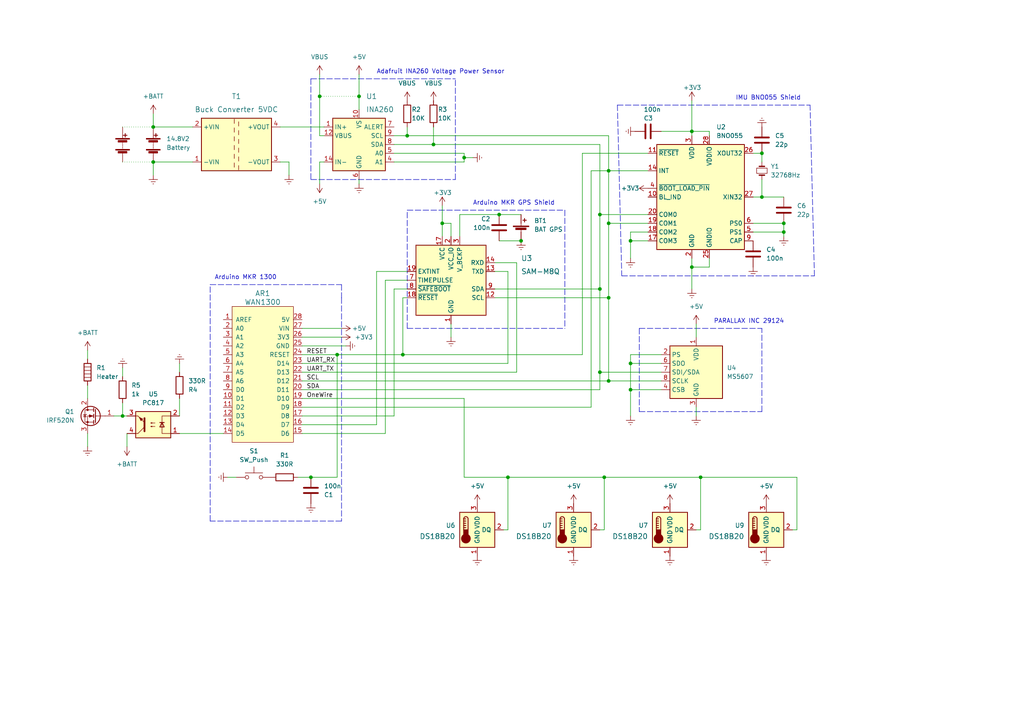
<source format=kicad_sch>
(kicad_sch (version 20211123) (generator eeschema)
  (paper "A4")
  (title_block (title "GPIO Conexion") (date "2022-04-03") (rev "1.0") (company "Rubén Torres Bermúdez. FyCUS") (comment 2 "Actually internal devices is not totally represented") (comment 3 "This scheme is a general representation of connected devices"))
  (lib_symbols
    (symbol "Device:Battery" (pin_numbers hide) (pin_names (offset 0) hide)
      (property "Reference" "BT" (at 2.54 2.54 0))
      (property "Value" "Battery" (at 2.54 0 0))
      (symbol "Battery_0_1"
        (rectangle (start -2.032 -1.397) (end 2.032 -1.651) (fill (type outline)))
        (rectangle (start -2.032 1.778) (end 2.032 1.524) (fill (type outline)))
        (rectangle (start -1.3208 -1.9812) (end 1.27 -2.4892) (fill (type outline)))
        (rectangle (start -1.3208 1.1938) (end 1.27 0.6858) (fill (type outline)))
        (polyline (pts (xy 0 -1.524) (xy 0 -1.27)))
        (polyline (pts (xy 0 -1.016) (xy 0 -0.762)))
        (polyline (pts (xy 0 -0.508) (xy 0 -0.254)))
        (polyline (pts (xy 0 0) (xy 0 0.254)))
        (polyline (pts (xy 0 0.508) (xy 0 0.762)))
        (polyline (pts (xy 0 1.778) (xy 0 2.54)))
        (polyline (pts (xy 0.254 2.667) (xy 1.27 2.667)) (stroke (width 0.254)))
        (polyline (pts (xy 0.762 3.175) (xy 0.762 2.159)) (stroke (width 0.254)))
      )
      (symbol "Battery_1_1"
        (pin passive line (at 0 5.08 270) (length 2.54) (name "+") (number "1"))
        (pin passive line (at 0 -5.08 90) (length 2.54) (name "-") (number "2"))
      )
    )
    (symbol "Device:Battery_Cell" (pin_numbers hide) (pin_names (offset 0) hide)
      (property "Reference" "BT" (at 2.54 2.54 0))
      (property "Value" "Battery_Cell" (at 2.54 0 0))
      (symbol "Battery_Cell_0_1"
        (rectangle (start -2.286 1.778) (end 2.286 1.524) (fill (type outline)))
        (rectangle (start -1.5748 1.1938) (end 1.4732 0.6858) (fill (type outline)))
        (polyline (pts (xy 0 0.762) (xy 0 0)))
        (polyline (pts (xy 0 1.778) (xy 0 2.54)))
        (polyline (pts (xy 0.508 3.429) (xy 1.524 3.429)) (stroke (width 0.254)))
        (polyline (pts (xy 1.016 3.937) (xy 1.016 2.921)) (stroke (width 0.254)))
      )
      (symbol "Battery_Cell_1_1"
        (pin passive line (at 0 5.08 270) (length 2.54) (name "+") (number "1"))
        (pin passive line (at 0 -2.54 90) (length 2.54) (name "-") (number "2"))
      )
    )
    (symbol "Device:C" (pin_numbers hide) (pin_names (offset 0.254))
      (property "Reference" "C" (at 0.635 2.54 0))
      (property "Value" "C" (at 0.635 -2.54 0))
      (symbol "C_0_1"
        (polyline (pts (xy -2.032 -0.762) (xy 2.032 -0.762)) (stroke (width 0.508)))
        (polyline (pts (xy -2.032 0.762) (xy 2.032 0.762)) (stroke (width 0.508)))
      )
      (symbol "C_1_1"
        (pin passive line (at 0 3.81 270) (length 2.794) (name "~") (number "1"))
        (pin passive line (at 0 -3.81 90) (length 2.794) (name "~") (number "2"))
      )
    )
    (symbol "Device:Crystal_Small" (pin_numbers hide) (pin_names (offset 1.016) hide)
      (property "Reference" "Y" (at 0 2.54 0))
      (property "Value" "Crystal_Small" (at 0 -2.54 0))
      (symbol "Crystal_Small_0_1"
        (rectangle (start -0.762 -1.524) (end 0.762 1.524))
        (polyline (pts (xy -1.27 -0.762) (xy -1.27 0.762)) (stroke (width 0.381)))
        (polyline (pts (xy 1.27 -0.762) (xy 1.27 0.762)) (stroke (width 0.381)))
      )
      (symbol "Crystal_Small_1_1"
        (pin passive line (at -2.54 0 0) (length 1.27) (name "1") (number "1"))
        (pin passive line (at 2.54 0 180) (length 1.27) (name "2") (number "2"))
      )
    )
    (symbol "Device:Heater" (pin_numbers hide) (pin_names (offset 0))
      (property "Reference" "R" (at 2.032 0 90))
      (property "Value" "Heater" (at -2.032 0 90))
      (symbol "Heater_0_1"
        (rectangle (start -1.016 -2.54) (end 1.016 2.54) (stroke (width 0.254)))
        (polyline (pts (xy -1.016 1.524) (xy 1.016 1.524)))
        (polyline (pts (xy 1.016 -1.524) (xy -1.016 -1.524)))
        (polyline (pts (xy 1.016 -0.508) (xy -1.016 -0.508)))
        (polyline (pts (xy 1.016 0.508) (xy -1.016 0.508)))
      )
      (symbol "Heater_1_1"
        (pin passive line (at 0 3.81 270) (length 1.27) (name "~") (number "1"))
        (pin passive line (at 0 -3.81 90) (length 1.27) (name "~") (number "2"))
      )
    )
    (symbol "Device:R" (pin_numbers hide) (pin_names (offset 0))
      (property "Reference" "R" (at 2.032 0 90))
      (property "Value" "R" (at 0 0 90))
      (symbol "R_0_1"
        (rectangle (start -1.016 -2.54) (end 1.016 2.54) (stroke (width 0.254)))
      )
      (symbol "R_1_1"
        (pin passive line (at 0 3.81 270) (length 1.27) (name "~") (number "1"))
        (pin passive line (at 0 -3.81 90) (length 1.27) (name "~") (number "2"))
      )
    )
    (symbol "Isolator:PC817" (pin_names (offset 1.016))
      (property "Reference" "U" (at -5.08 5.08 0))
      (property "Value" "PC817" (at 0 5.08 0))
      (symbol "PC817_0_1"
        (rectangle (start -5.08 3.81) (end 5.08 -3.81) (stroke (width 0.254)) (fill (type background)))
        (polyline (pts (xy -3.175 -0.635) (xy -1.905 -0.635)) (stroke (width 0.254)))
        (polyline (pts (xy 2.54 0.635) (xy 4.445 2.54)))
        (polyline (pts (xy 4.445 -2.54) (xy 2.54 -0.635)) (fill (type outline)))
        (polyline (pts (xy 4.445 -2.54) (xy 5.08 -2.54)))
        (polyline (pts (xy 4.445 2.54) (xy 5.08 2.54)))
        (polyline (pts (xy -5.08 2.54) (xy -2.54 2.54) (xy -2.54 -0.635)))
        (polyline (pts (xy -2.54 -0.635) (xy -2.54 -2.54) (xy -5.08 -2.54)))
        (polyline (pts (xy 2.54 1.905) (xy 2.54 -1.905) (xy 2.54 -1.905)) (stroke (width 0.508)))
        (polyline (pts (xy -2.54 -0.635) (xy -3.175 0.635) (xy -1.905 0.635) (xy -2.54 -0.635)) (stroke (width 0.254)))
        (polyline (pts (xy -0.508 -0.508) (xy 0.762 -0.508) (xy 0.381 -0.635) (xy 0.381 -0.381) (xy 0.762 -0.508)))
        (polyline (pts (xy -0.508 0.508) (xy 0.762 0.508) (xy 0.381 0.381) (xy 0.381 0.635) (xy 0.762 0.508)))
        (polyline (pts (xy 3.048 -1.651) (xy 3.556 -1.143) (xy 4.064 -2.159) (xy 3.048 -1.651) (xy 3.048 -1.651)) (fill (type outline)))
      )
      (symbol "PC817_1_1"
        (pin passive line (at -7.62 2.54 0) (length 2.54) (name "~") (number "1"))
        (pin passive line (at -7.62 -2.54 0) (length 2.54) (name "~") (number "2"))
        (pin passive line (at 7.62 -2.54 180) (length 2.54) (name "~") (number "3"))
        (pin passive line (at 7.62 2.54 180) (length 2.54) (name "~") (number "4"))
      )
    )
    (symbol "MCU_Module:ArduinoMKRZero" (pin_names (offset 1.016))
      (property "Reference" "U" (at 0 25.4 0))
      (property "Value" "ArduinoMKRZero" (at 1.27 -24.13 0))
      (symbol "ArduinoMKRZero_0_1"
        (rectangle (start -8.89 20.32) (end 8.89 -19.05) (fill (type background)))
      )
      (symbol "ArduinoMKRZero_1_1"
        (pin input line (at -11.43 16.51 0) (length 2.54) (name "AREF") (number "1"))
        (pin bidirectional line (at -11.43 -6.35 0) (length 2.54) (name "D1") (number "10"))
        (pin bidirectional line (at -11.43 -8.89 0) (length 2.54) (name "D2") (number "11"))
        (pin bidirectional line (at -11.43 -11.43 0) (length 2.54) (name "D3") (number "12"))
        (pin bidirectional line (at -11.43 -13.97 0) (length 2.54) (name "D4") (number "13"))
        (pin bidirectional line (at -11.43 -16.51 0) (length 2.54) (name "D5") (number "14"))
        (pin bidirectional line (at 11.43 -16.51 180) (length 2.54) (name "D6") (number "15"))
        (pin bidirectional line (at 11.43 -13.97 180) (length 2.54) (name "D7") (number "16"))
        (pin bidirectional line (at 11.43 -11.43 180) (length 2.54) (name "D8") (number "17"))
        (pin bidirectional line (at 11.43 -8.89 180) (length 2.54) (name "D9") (number "18"))
        (pin bidirectional line (at 11.43 -6.35 180) (length 2.54) (name "D10") (number "19"))
        (pin input line (at -11.43 13.97 0) (length 2.54) (name "A0") (number "2"))
        (pin bidirectional line (at 11.43 -3.81 180) (length 2.54) (name "D11") (number "20"))
        (pin bidirectional line (at 11.43 -1.27 180) (length 2.54) (name "D12") (number "21"))
        (pin bidirectional line (at 11.43 1.27 180) (length 2.54) (name "D13") (number "22"))
        (pin bidirectional line (at 11.43 3.81 180) (length 2.54) (name "D14") (number "23"))
        (pin bidirectional line (at 11.43 6.35 180) (length 2.54) (name "RESET") (number "24"))
        (pin bidirectional line (at 11.43 8.89 180) (length 2.54) (name "GND") (number "25"))
        (pin bidirectional line (at 11.43 11.43 180) (length 2.54) (name "3V3") (number "26"))
        (pin bidirectional line (at 11.43 13.97 180) (length 2.54) (name "VIN") (number "27"))
        (pin bidirectional line (at 11.43 16.51 180) (length 2.54) (name "5V") (number "28"))
        (pin input line (at -11.43 11.43 0) (length 2.54) (name "A1") (number "3"))
        (pin input line (at -11.43 8.89 0) (length 2.54) (name "A2") (number "4"))
        (pin input line (at -11.43 6.35 0) (length 2.54) (name "A3") (number "5"))
        (pin input line (at -11.43 3.81 0) (length 2.54) (name "A4") (number "6"))
        (pin input line (at -11.43 1.27 0) (length 2.54) (name "A5") (number "7"))
        (pin input line (at -11.43 -1.27 0) (length 2.54) (name "A6") (number "8"))
        (pin bidirectional line (at -11.43 -3.81 0) (length 2.54) (name "D0") (number "9"))
      )
    )
    (symbol "RF_GPS:SAM-M8Q"
      (property "Reference" "U" (at -8.89 11.43 0))
      (property "Value" "SAM-M8Q" (at 8.89 11.43 0))
      (symbol "SAM-M8Q_0_1"
        (rectangle (start -10.16 10.16) (end 10.16 -10.16) (stroke (width 0.254)) (fill (type background)))
      )
      (symbol "SAM-M8Q_1_1"
        (pin power_in line (at 0 -12.7 90) (length 2.54) (name "GND") (number "1"))
        (pin passive line (at 0 -12.7 90) (length 2.54) hide (name "GND") (number "10"))
        (pin passive line (at 0 -12.7 90) (length 2.54) hide (name "GND") (number "11"))
        (pin input line (at 12.7 -5.08 180) (length 2.54) (name "SCL") (number "12"))
        (pin output line (at 12.7 2.54 180) (length 2.54) (name "TXD") (number "13"))
        (pin input line (at 12.7 5.08 180) (length 2.54) (name "RXD") (number "14"))
        (pin passive line (at 0 -12.7 90) (length 2.54) hide (name "GND") (number "15"))
        (pin passive line (at 0 -12.7 90) (length 2.54) hide (name "GND") (number "16"))
        (pin power_in line (at -2.54 12.7 270) (length 2.54) (name "VCC") (number "17"))
        (pin input line (at -12.7 -5.08 0) (length 2.54) (name "~{RESET}") (number "18"))
        (pin input line (at -12.7 2.54 0) (length 2.54) (name "EXTINT") (number "19"))
        (pin power_in line (at 0 12.7 270) (length 2.54) (name "VCC_IO") (number "2"))
        (pin passive line (at 0 -12.7 90) (length 2.54) hide (name "GND") (number "20"))
        (pin power_in line (at 2.54 12.7 270) (length 2.54) (name "V_BCKP") (number "3"))
        (pin passive line (at 0 -12.7 90) (length 2.54) hide (name "GND") (number "4"))
        (pin passive line (at 0 -12.7 90) (length 2.54) hide (name "GND") (number "5"))
        (pin passive line (at 0 -12.7 90) (length 2.54) hide (name "GND") (number "6"))
        (pin output line (at -12.7 0 0) (length 2.54) (name "TIMEPULSE") (number "7"))
        (pin input line (at -12.7 -2.54 0) (length 2.54) (name "~{SAFEBOOT}") (number "8"))
        (pin bidirectional line (at 12.7 -2.54 180) (length 2.54) (name "SDA") (number "9"))
      )
    )
    (symbol "Regulator_Switching:CRE1S2405SC"
      (property "Reference" "U" (at -8.89 8.89 0))
      (property "Value" "CRE1S2405SC" (at 2.54 8.89 0))
      (symbol "CRE1S2405SC_0_1"
        (rectangle (start -10.16 7.62) (end 10.16 -7.62) (stroke (width 0.254)) (fill (type background)))
        (polyline (pts (xy -0.635 -5.334) (xy -0.635 -6.604)))
        (polyline (pts (xy -0.635 -2.794) (xy -0.635 -4.064)))
        (polyline (pts (xy -0.635 -0.254) (xy -0.635 -1.524)))
        (polyline (pts (xy -0.635 2.286) (xy -0.635 1.016)))
        (polyline (pts (xy -0.635 4.826) (xy -0.635 3.556)))
        (polyline (pts (xy -0.635 7.366) (xy -0.635 6.096)))
        (polyline (pts (xy 0.635 -7.366) (xy 0.635 -6.096)))
        (polyline (pts (xy 0.635 -4.826) (xy 0.635 -3.556)))
        (polyline (pts (xy 0.635 -2.286) (xy 0.635 -1.016)))
        (polyline (pts (xy 0.635 0.254) (xy 0.635 1.524)))
        (polyline (pts (xy 0.635 2.794) (xy 0.635 4.064)))
        (polyline (pts (xy 0.635 5.334) (xy 0.635 6.604)))
      )
      (symbol "CRE1S2405SC_1_1"
        (pin power_in line (at -12.7 -5.08 0) (length 2.54) (name "-VIN") (number "1"))
        (pin power_in line (at -12.7 5.08 0) (length 2.54) (name "+VIN") (number "2"))
        (pin power_out line (at 12.7 -5.08 180) (length 2.54) (name "-VOUT") (number "3"))
        (pin power_out line (at 12.7 5.08 180) (length 2.54) (name "+VOUT") (number "4"))
      )
    )
    (symbol "Sensor:INA260"
      (property "Reference" "U" (at -6.35 8.89 0))
      (property "Value" "INA260" (at 2.54 8.89 0))
      (symbol "INA260_0_1"
        (rectangle (start -7.62 7.62) (end 7.62 -7.62) (stroke (width 0.254)) (fill (type background)))
      )
      (symbol "INA260_1_1"
        (pin passive line (at -10.16 5.08 0) (length 2.54) (name "IN+") (number "1"))
        (pin power_in line (at 0 10.16 270) (length 2.54) (name "VS") (number "10"))
        (pin passive line (at 0 -10.16 90) (length 2.54) hide (name "GND") (number "11"))
        (pin passive line (at -10.16 2.54 0) (length 2.54) (name "VBUS") (number "12"))
        (pin no_connect line (at 2.54 -7.62 90) (length 2.54) hide (name "NC") (number "13"))
        (pin passive line (at -10.16 -5.08 0) (length 2.54) (name "IN-") (number "14"))
        (pin passive line (at -10.16 -5.08 0) (length 2.54) hide (name "IN-") (number "15"))
        (pin passive line (at -10.16 -5.08 0) (length 2.54) hide (name "IN-") (number "16"))
        (pin passive line (at -10.16 5.08 0) (length 2.54) hide (name "IN+") (number "2"))
        (pin passive line (at -10.16 5.08 0) (length 2.54) hide (name "IN+") (number "3"))
        (pin input line (at 10.16 -5.08 180) (length 2.54) (name "A1") (number "4"))
        (pin input line (at 10.16 -2.54 180) (length 2.54) (name "A0") (number "5"))
        (pin power_in line (at 0 -10.16 90) (length 2.54) (name "GND") (number "6"))
        (pin open_collector line (at 10.16 5.08 180) (length 2.54) (name "ALERT") (number "7"))
        (pin bidirectional line (at 10.16 0 180) (length 2.54) (name "SDA") (number "8"))
        (pin input line (at 10.16 2.54 180) (length 2.54) (name "SCL") (number "9"))
      )
    )
    (symbol "Sensor_Motion:BNO055"
      (property "Reference" "U" (at -11.43 16.51 0))
      (property "Value" "BNO055" (at 12.7 16.51 0))
      (symbol "BNO055_0_1"
        (rectangle (start -12.7 15.24) (end 12.7 -15.24) (stroke (width 0.254)) (fill (type background)))
      )
      (symbol "BNO055_1_1"
        (pin no_connect line (at -12.7 10.16 0) (length 2.54) hide (name "PIN1") (number "1"))
        (pin output line (at -15.24 0 0) (length 2.54) (name "BL_IND") (number "10"))
        (pin input line (at -15.24 12.7 0) (length 2.54) (name "~{RESET}") (number "11"))
        (pin no_connect line (at 12.7 10.16 180) (length 2.54) hide (name "PIN12") (number "12"))
        (pin no_connect line (at 12.7 7.62 180) (length 2.54) hide (name "PIN13") (number "13"))
        (pin output line (at -15.24 7.62 0) (length 2.54) (name "INT") (number "14"))
        (pin passive line (at 2.54 -17.78 90) (length 2.54) hide (name "GNDIO") (number "15"))
        (pin passive line (at 2.54 -17.78 90) (length 2.54) hide (name "GNDIO") (number "16"))
        (pin input line (at -15.24 -12.7 0) (length 2.54) (name "COM3") (number "17"))
        (pin bidirectional line (at -15.24 -10.16 0) (length 2.54) (name "COM2") (number "18"))
        (pin bidirectional line (at -15.24 -7.62 0) (length 2.54) (name "COM1") (number "19"))
        (pin power_in line (at -2.54 -17.78 90) (length 2.54) (name "GND") (number "2"))
        (pin bidirectional line (at -15.24 -5.08 0) (length 2.54) (name "COM0") (number "20"))
        (pin no_connect line (at 12.7 5.08 180) (length 2.54) hide (name "PIN21") (number "21"))
        (pin no_connect line (at 12.7 2.54 180) (length 2.54) hide (name "PIN22") (number "22"))
        (pin no_connect line (at 12.7 -2.54 180) (length 2.54) hide (name "PIN23") (number "23"))
        (pin no_connect line (at 12.7 -5.08 180) (length 2.54) hide (name "PIN24") (number "24"))
        (pin power_in line (at 2.54 -17.78 90) (length 2.54) (name "GNDIO") (number "25"))
        (pin output line (at 15.24 12.7 180) (length 2.54) (name "XOUT32") (number "26"))
        (pin input line (at 15.24 0 180) (length 2.54) (name "XIN32") (number "27"))
        (pin power_in line (at 2.54 17.78 270) (length 2.54) (name "VDDIO") (number "28"))
        (pin power_in line (at -2.54 17.78 270) (length 2.54) (name "VDD") (number "3"))
        (pin input line (at -15.24 2.54 0) (length 2.54) (name "~{BOOT_LOAD_PIN}") (number "4"))
        (pin input line (at 15.24 -10.16 180) (length 2.54) (name "PS1") (number "5"))
        (pin input line (at 15.24 -7.62 180) (length 2.54) (name "PS0") (number "6"))
        (pin no_connect line (at -12.7 5.08 0) (length 2.54) hide (name "PIN7") (number "7"))
        (pin no_connect line (at -12.7 -2.54 0) (length 2.54) hide (name "PIN8") (number "8"))
        (pin passive line (at 15.24 -12.7 180) (length 2.54) (name "CAP") (number "9"))
      )
    )
    (symbol "Sensor_Pressure:MS5607-02BA"
      (property "Reference" "U" (at -6.35 8.89 0))
      (property "Value" "MS5607-02BA" (at 7.62 8.89 0))
      (symbol "MS5607-02BA_0_1"
        (rectangle (start -7.62 7.62) (end 7.62 -7.62) (stroke (width 0.254)) (fill (type background)))
      )
      (symbol "MS5607-02BA_1_1"
        (pin power_in line (at 0 10.16 270) (length 2.54) (name "VDD") (number "1"))
        (pin input line (at -10.16 5.08 0) (length 2.54) (name "PS") (number "2"))
        (pin power_in line (at 0 -10.16 90) (length 2.54) (name "GND") (number "3"))
        (pin input line (at -10.16 -5.08 0) (length 2.54) (name "CSB") (number "4"))
        (pin input line (at -10.16 -5.08 0) (length 2.54) hide (name "CSB") (number "5"))
        (pin output line (at -10.16 2.54 0) (length 2.54) (name "SDO") (number "6"))
        (pin bidirectional line (at -10.16 0 0) (length 2.54) (name "SDI/SDA") (number "7"))
        (pin input line (at -10.16 -2.54 0) (length 2.54) (name "SCLK") (number "8"))
      )
    )
    (symbol "Sensor_Temperature:DS18B20" (pin_names (offset 1.016))
      (property "Reference" "U" (at -3.81 6.35 0))
      (property "Value" "DS18B20" (at 6.35 6.35 0))
      (symbol "DS18B20_0_1"
        (rectangle (start -5.08 5.08) (end 5.08 -5.08) (stroke (width 0.254)) (fill (type background)))
        (circle (center -3.302 -2.54) (radius 1.27) (stroke (width 0.254)) (fill (type outline)))
        (rectangle (start -2.667 -1.905) (end -3.937 0) (stroke (width 0.254)) (fill (type outline)))
        (arc (start -2.667 3.175) (mid -3.302 3.81) (end -3.937 3.175) (stroke (width 0.254)))
        (polyline (pts (xy -3.937 0.635) (xy -3.302 0.635)) (stroke (width 0.254)))
        (polyline (pts (xy -3.937 1.27) (xy -3.302 1.27)) (stroke (width 0.254)))
        (polyline (pts (xy -3.937 1.905) (xy -3.302 1.905)) (stroke (width 0.254)))
        (polyline (pts (xy -3.937 2.54) (xy -3.302 2.54)) (stroke (width 0.254)))
        (polyline (pts (xy -3.937 3.175) (xy -3.937 0)) (stroke (width 0.254)))
        (polyline (pts (xy -3.937 3.175) (xy -3.302 3.175)) (stroke (width 0.254)))
        (polyline (pts (xy -2.667 3.175) (xy -2.667 0)) (stroke (width 0.254)))
      )
      (symbol "DS18B20_1_1"
        (pin power_in line (at 0 -7.62 90) (length 2.54) (name "GND") (number "1"))
        (pin bidirectional line (at 7.62 0 180) (length 2.54) (name "DQ") (number "2"))
        (pin power_in line (at 0 7.62 270) (length 2.54) (name "VDD") (number "3"))
      )
    )
    (symbol "Switch:SW_Push" (pin_numbers hide) (pin_names (offset 1.016) hide)
      (property "Reference" "SW" (at 1.27 2.54 0))
      (property "Value" "SW_Push" (at 0 -1.524 0))
      (symbol "SW_Push_0_1"
        (circle (center -2.032 0) (radius 0.508))
        (polyline (pts (xy 0 1.27) (xy 0 3.048)))
        (polyline (pts (xy 2.54 1.27) (xy -2.54 1.27)))
        (circle (center 2.032 0) (radius 0.508))
        (pin passive line (at -5.08 0 0) (length 2.54) (name "1") (number "1"))
        (pin passive line (at 5.08 0 180) (length 2.54) (name "2") (number "2"))
      )
    )
    (symbol "Transistor_FET:IRF540N" (pin_names hide)
      (property "Reference" "Q" (at 6.35 1.905 0))
      (property "Value" "IRF540N" (at 6.35 0 0))
      (symbol "IRF540N_0_1"
        (polyline (pts (xy 0.254 0) (xy -2.54 0)))
        (polyline (pts (xy 0.254 1.905) (xy 0.254 -1.905)) (stroke (width 0.254)))
        (polyline (pts (xy 0.762 -1.27) (xy 0.762 -2.286)) (stroke (width 0.254)))
        (polyline (pts (xy 0.762 0.508) (xy 0.762 -0.508)) (stroke (width 0.254)))
        (polyline (pts (xy 0.762 2.286) (xy 0.762 1.27)) (stroke (width 0.254)))
        (polyline (pts (xy 2.54 2.54) (xy 2.54 1.778)))
        (polyline (pts (xy 2.54 -2.54) (xy 2.54 0) (xy 0.762 0)))
        (polyline (pts (xy 0.762 -1.778) (xy 3.302 -1.778) (xy 3.302 1.778) (xy 0.762 1.778)))
        (polyline (pts (xy 1.016 0) (xy 2.032 0.381) (xy 2.032 -0.381) (xy 1.016 0)) (fill (type outline)))
        (polyline (pts (xy 2.794 0.508) (xy 2.921 0.381) (xy 3.683 0.381) (xy 3.81 0.254)))
        (polyline (pts (xy 3.302 0.381) (xy 2.921 -0.254) (xy 3.683 -0.254) (xy 3.302 0.381)))
        (circle (center 1.651 0) (radius 2.794) (stroke (width 0.254)))
        (circle (center 2.54 -1.778) (radius 0.254) (fill (type outline)))
        (circle (center 2.54 1.778) (radius 0.254) (fill (type outline)))
      )
      (symbol "IRF540N_1_1"
        (pin input line (at -5.08 0 0) (length 2.54) (name "G") (number "1"))
        (pin passive line (at 2.54 5.08 270) (length 2.54) (name "D") (number "2"))
        (pin passive line (at 2.54 -5.08 90) (length 2.54) (name "S") (number "3"))
      )
    )
    (symbol "power:+3.3V" (power) (pin_names (offset 0))
      (property "Value" "+3.3V" (at 0 3.556 0))
      (symbol "+3.3V_0_1"
        (polyline (pts (xy -0.762 1.27) (xy 0 2.54)))
        (polyline (pts (xy 0 0) (xy 0 2.54)))
        (polyline (pts (xy 0 2.54) (xy 0.762 1.27)))
      )
      (symbol "+3.3V_1_1"
        (pin power_in line (at 0 0 90) (length 0) hide (name "+3V3") (number "1"))
      )
    )
    (symbol "power:+5V" (power) (pin_names (offset 0))
      (property "Value" "+5V" (at 0 3.556 0))
      (symbol "+5V_0_1"
        (polyline (pts (xy -0.762 1.27) (xy 0 2.54)))
        (polyline (pts (xy 0 0) (xy 0 2.54)))
        (polyline (pts (xy 0 2.54) (xy 0.762 1.27)))
      )
      (symbol "+5V_1_1"
        (pin power_in line (at 0 0 90) (length 0) hide (name "+5V") (number "1"))
      )
    )
    (symbol "power:+BATT" (power) (pin_names (offset 0))
      (property "Value" "+BATT" (at 0 3.556 0))
      (symbol "+BATT_0_1"
        (polyline (pts (xy -0.762 1.27) (xy 0 2.54)))
        (polyline (pts (xy 0 0) (xy 0 2.54)))
        (polyline (pts (xy 0 2.54) (xy 0.762 1.27)))
      )
      (symbol "+BATT_1_1"
        (pin power_in line (at 0 0 90) (length 0) hide (name "+BATT") (number "1"))
      )
    )
    (symbol "power:Earth" (power) (pin_names (offset 0))
      (symbol "Earth_0_1"
        (polyline (pts (xy -0.635 -1.905) (xy 0.635 -1.905)))
        (polyline (pts (xy -0.127 -2.54) (xy 0.127 -2.54)))
        (polyline (pts (xy 0 -1.27) (xy 0 0)))
        (polyline (pts (xy 1.27 -1.27) (xy -1.27 -1.27)))
      )
      (symbol "Earth_1_1"
        (pin power_in line (at 0 0 270) (length 0) hide (name "Earth") (number "1"))
      )
    )
    (symbol "power:VBUS" (power) (pin_names (offset 0))
      (property "Value" "VBUS" (at 0 3.81 0))
      (symbol "VBUS_0_1"
        (polyline (pts (xy -0.762 1.27) (xy 0 2.54)))
        (polyline (pts (xy 0 0) (xy 0 2.54)))
        (polyline (pts (xy 0 2.54) (xy 0.762 1.27)))
      )
      (symbol "VBUS_1_1"
        (pin power_in line (at 0 0 90) (length 0) hide (name "VBUS") (number "1"))
      )
    )
  )
  (junction (at 176.53 49.53))
  (junction (at 134.62 45.72))
  (junction (at 176.53 86.36))
  (junction (at 128.27 64.77))
  (junction (at 104.14 27.94))
  (junction (at 173.99 107.95))
  (junction (at 44.45 46.99))
  (junction (at 116.84 102.87))
  (junction (at 176.53 64.77))
  (junction (at 144.78 62.23))
  (junction (at 203.2 138.43))
  (junction (at 182.88 113.03))
  (junction (at 173.99 83.82))
  (junction (at 97.79 102.87))
  (junction (at 227.33 67.31))
  (junction (at 125.73 41.91))
  (junction (at 118.11 39.37))
  (junction (at 151.13 69.85))
  (junction (at 173.99 62.23))
  (junction (at 227.33 64.77))
  (junction (at 182.88 69.85))
  (junction (at 92.71 27.94))
  (junction (at 220.98 57.15))
  (junction (at 147.32 138.43))
  (junction (at 182.88 105.41))
  (junction (at 200.66 77.47))
  (junction (at 176.53 110.49))
  (junction (at 35.56 120.65))
  (junction (at 200.66 38.1))
  (junction (at 220.98 44.45))
  (junction (at 175.26 138.43))
  (junction (at 44.45 36.83))
  (junction (at 90.17 138.43))
  (wire (pts (xy 176.53 64.77) (xy 176.53 86.36)))
  (wire (pts (xy 143.51 86.36) (xy 176.53 86.36)))
  (wire (pts (xy 90.17 138.43) (xy 97.79 138.43)))
  (polyline (pts (xy 99.06 86.36) (xy 99.06 151.13)))
  (wire (pts (xy 116.84 86.36) (xy 116.84 102.87)))
  (polyline (pts (xy 90.17 52.07) (xy 132.08 52.07)))
  (wire (pts (xy 44.45 36.83) (xy 55.88 36.83)))
  (polyline (pts (xy 118.11 60.96) (xy 163.83 60.96)))
  (wire (pts (xy 133.35 62.23) (xy 133.35 68.58)))
  (wire (pts (xy 92.71 21.59) (xy 92.71 27.94)))
  (wire (pts (xy 44.45 46.99) (xy 44.45 50.8)))
  (wire (pts (xy 87.63 97.79) (xy 99.06 97.79)))
  (wire (pts (xy 147.32 105.41) (xy 87.63 105.41)))
  (wire (pts (xy 35.56 36.83) (xy 44.45 36.83)) (stroke (width 0) (type dot)))
  (wire (pts (xy 200.66 38.1) (xy 205.74 38.1)))
  (wire (pts (xy 130.81 64.77) (xy 130.81 68.58)))
  (wire (pts (xy 128.27 64.77) (xy 128.27 68.58)))
  (wire (pts (xy 87.63 123.19) (xy 109.22 123.19)))
  (wire (pts (xy 128.27 59.69) (xy 128.27 64.77)))
  (wire (pts (xy 201.93 153.67) (xy 203.2 153.67)))
  (wire (pts (xy 33.02 120.65) (xy 35.56 120.65)))
  (wire (pts (xy 134.62 45.72) (xy 137.16 45.72)))
  (wire (pts (xy 36.83 129.54) (xy 36.83 125.73)))
  (polyline (pts (xy 118.11 95.25) (xy 163.83 95.25)))
  (polyline (pts (xy 132.08 43.18) (xy 132.08 43.18)))
  (wire (pts (xy 173.99 153.67) (xy 175.26 153.67)))
  (polyline (pts (xy 99.06 82.55) (xy 99.06 86.36)))
  (wire (pts (xy 231.14 138.43) (xy 231.14 153.67)))
  (wire (pts (xy 125.73 41.91) (xy 173.99 41.91)))
  (wire (pts (xy 118.11 78.74) (xy 109.22 78.74)))
  (wire (pts (xy 203.2 138.43) (xy 231.14 138.43)))
  (wire (pts (xy 25.4 125.73) (xy 25.4 129.54)))
  (wire (pts (xy 220.98 52.07) (xy 220.98 57.15)))
  (wire (pts (xy 168.91 44.45) (xy 168.91 102.87)))
  (polyline (pts (xy 118.11 95.25) (xy 118.11 60.96)))
  (wire (pts (xy 201.93 93.98) (xy 201.93 97.79)))
  (wire (pts (xy 176.53 49.53) (xy 171.45 49.53)))
  (wire (pts (xy 130.81 97.79) (xy 130.81 93.98)))
  (wire (pts (xy 92.71 27.94) (xy 92.71 39.37)))
  (wire (pts (xy 200.66 74.93) (xy 200.66 77.47)))
  (wire (pts (xy 86.36 138.43) (xy 90.17 138.43)))
  (polyline (pts (xy 132.08 43.18) (xy 132.08 22.86)))
  (wire (pts (xy 143.51 78.74) (xy 147.32 78.74)))
  (wire (pts (xy 147.32 138.43) (xy 147.32 153.67)))
  (wire (pts (xy 114.3 39.37) (xy 118.11 39.37)))
  (wire (pts (xy 182.88 102.87) (xy 182.88 105.41)))
  (wire (pts (xy 200.66 29.21) (xy 200.66 38.1)))
  (wire (pts (xy 187.96 69.85) (xy 182.88 69.85)))
  (wire (pts (xy 134.62 45.72) (xy 134.62 46.99)))
  (wire (pts (xy 111.76 125.73) (xy 87.63 125.73)))
  (wire (pts (xy 97.79 102.87) (xy 116.84 102.87)))
  (wire (pts (xy 81.28 36.83) (xy 93.98 36.83)))
  (wire (pts (xy 125.73 36.83) (xy 125.73 41.91)))
  (wire (pts (xy 66.04 138.43) (xy 68.58 138.43)))
  (wire (pts (xy 35.56 120.65) (xy 36.83 120.65)))
  (wire (pts (xy 134.62 44.45) (xy 134.62 45.72)))
  (wire (pts (xy 87.63 110.49) (xy 176.53 110.49)))
  (wire (pts (xy 25.4 111.76) (xy 25.4 115.57)))
  (wire (pts (xy 200.66 77.47) (xy 200.66 83.82)))
  (wire (pts (xy 97.79 102.87) (xy 97.79 138.43)))
  (wire (pts (xy 144.78 69.85) (xy 151.13 69.85)))
  (wire (pts (xy 200.66 77.47) (xy 205.74 77.47)))
  (wire (pts (xy 114.3 46.99) (xy 134.62 46.99)))
  (wire (pts (xy 104.14 27.94) (xy 104.14 31.75)))
  (wire (pts (xy 35.56 46.99) (xy 44.45 46.99)) (stroke (width 0) (type dot)))
  (wire (pts (xy 128.27 64.77) (xy 130.81 64.77)))
  (wire (pts (xy 52.07 125.73) (xy 64.77 125.73)))
  (wire (pts (xy 52.07 115.57) (xy 52.07 120.65)))
  (polyline (pts (xy 99.06 151.13) (xy 60.96 151.13)))
  (wire (pts (xy 147.32 138.43) (xy 175.26 138.43)))
  (wire (pts (xy 182.88 102.87) (xy 191.77 102.87)))
  (wire (pts (xy 87.63 107.95) (xy 149.86 107.95)))
  (wire (pts (xy 87.63 95.25) (xy 99.06 95.25)))
  (wire (pts (xy 44.45 46.99) (xy 55.88 46.99)))
  (wire (pts (xy 191.77 38.1) (xy 200.66 38.1)))
  (wire (pts (xy 83.82 46.99) (xy 83.82 50.8)))
  (wire (pts (xy 176.53 39.37) (xy 176.53 49.53)))
  (polyline (pts (xy 60.96 151.13) (xy 60.96 82.55)))
  (wire (pts (xy 227.33 64.77) (xy 227.33 67.31)))
  (wire (pts (xy 114.3 44.45) (xy 134.62 44.45)))
  (wire (pts (xy 220.98 57.15) (xy 218.44 57.15)))
  (wire (pts (xy 231.14 153.67) (xy 229.87 153.67)))
  (wire (pts (xy 171.45 118.11) (xy 87.63 118.11)))
  (wire (pts (xy 35.56 109.22) (xy 35.56 106.68)))
  (wire (pts (xy 25.4 101.6) (xy 25.4 104.14)))
  (wire (pts (xy 87.63 115.57) (xy 134.62 115.57)))
  (wire (pts (xy 92.71 53.34) (xy 92.71 46.99)))
  (wire (pts (xy 176.53 49.53) (xy 176.53 64.77)))
  (wire (pts (xy 218.44 67.31) (xy 227.33 67.31)))
  (wire (pts (xy 104.14 27.94) (xy 104.14 21.59)))
  (wire (pts (xy 144.78 62.23) (xy 133.35 62.23)))
  (wire (pts (xy 173.99 113.03) (xy 87.63 113.03)))
  (wire (pts (xy 201.93 120.65) (xy 201.93 118.11)))
  (wire (pts (xy 182.88 67.31) (xy 182.88 69.85)))
  (wire (pts (xy 118.11 86.36) (xy 116.84 86.36)))
  (wire (pts (xy 146.05 153.67) (xy 147.32 153.67)))
  (polyline (pts (xy 90.17 22.86) (xy 90.17 52.07)))
  (wire (pts (xy 227.33 57.15) (xy 220.98 57.15)))
  (wire (pts (xy 176.53 64.77) (xy 187.96 64.77)))
  (polyline (pts (xy 185.42 119.38) (xy 220.98 119.38)))
  (polyline (pts (xy 185.42 95.25) (xy 220.98 95.25)))
  (polyline (pts (xy 220.98 119.38) (xy 220.98 95.25)))
  (wire (pts (xy 173.99 62.23) (xy 173.99 83.82)))
  (wire (pts (xy 187.96 49.53) (xy 176.53 49.53)))
  (wire (pts (xy 52.07 107.95) (xy 52.07 105.41)))
  (wire (pts (xy 111.76 81.28) (xy 111.76 125.73)))
  (wire (pts (xy 205.74 77.47) (xy 205.74 74.93)))
  (polyline (pts (xy 185.42 95.25) (xy 185.42 119.38)))
  (wire (pts (xy 218.44 44.45) (xy 220.98 44.45)))
  (wire (pts (xy 182.88 113.03) (xy 191.77 113.03)))
  (wire (pts (xy 175.26 153.67) (xy 175.26 138.43)))
  (wire (pts (xy 176.53 110.49) (xy 191.77 110.49)))
  (wire (pts (xy 92.71 39.37) (xy 93.98 39.37)))
  (wire (pts (xy 182.88 105.41) (xy 191.77 105.41)))
  (wire (pts (xy 182.88 113.03) (xy 182.88 105.41)))
  (wire (pts (xy 118.11 36.83) (xy 118.11 39.37)))
  (wire (pts (xy 104.14 53.34) (xy 104.14 52.07)))
  (wire (pts (xy 134.62 115.57) (xy 134.62 138.43)))
  (wire (pts (xy 118.11 39.37) (xy 176.53 39.37)))
  (wire (pts (xy 109.22 78.74) (xy 109.22 123.19)))
  (wire (pts (xy 187.96 67.31) (xy 182.88 67.31)))
  (wire (pts (xy 173.99 83.82) (xy 173.99 107.95)))
  (polyline (pts (xy 180.34 80.01) (xy 236.22 80.01)))
  (wire (pts (xy 173.99 62.23) (xy 187.96 62.23)))
  (wire (pts (xy 182.88 69.85) (xy 182.88 74.93)))
  (wire (pts (xy 218.44 64.77) (xy 227.33 64.77)))
  (wire (pts (xy 114.3 83.82) (xy 114.3 120.65)))
  (wire (pts (xy 44.45 33.02) (xy 44.45 36.83)))
  (wire (pts (xy 144.78 62.23) (xy 151.13 62.23)))
  (wire (pts (xy 134.62 138.43) (xy 147.32 138.43)))
  (wire (pts (xy 87.63 100.33) (xy 100.33 100.33)))
  (wire (pts (xy 171.45 49.53) (xy 171.45 118.11)))
  (polyline (pts (xy 90.17 22.86) (xy 132.08 22.86)))
  (wire (pts (xy 92.71 46.99) (xy 93.98 46.99)))
  (polyline (pts (xy 179.07 30.48) (xy 180.34 80.01)))
  (wire (pts (xy 203.2 138.43) (xy 203.2 153.67)))
  (wire (pts (xy 81.28 46.99) (xy 83.82 46.99)))
  (wire (pts (xy 173.99 41.91) (xy 173.99 62.23)))
  (wire (pts (xy 143.51 83.82) (xy 173.99 83.82)))
  (wire (pts (xy 176.53 86.36) (xy 176.53 110.49)))
  (wire (pts (xy 147.32 78.74) (xy 147.32 105.41)))
  (wire (pts (xy 87.63 102.87) (xy 97.79 102.87)))
  (wire (pts (xy 92.71 27.94) (xy 104.14 27.94)) (stroke (width 0) (type dot)))
  (wire (pts (xy 35.56 120.65) (xy 35.56 116.84)))
  (wire (pts (xy 168.91 44.45) (xy 187.96 44.45)))
  (polyline (pts (xy 163.83 60.96) (xy 163.83 95.25)))
  (wire (pts (xy 116.84 102.87) (xy 168.91 102.87)))
  (wire (pts (xy 118.11 81.28) (xy 111.76 81.28)))
  (wire (pts (xy 205.74 38.1) (xy 205.74 39.37)))
  (wire (pts (xy 200.66 38.1) (xy 200.66 39.37)))
  (polyline (pts (xy 60.96 82.55) (xy 99.06 82.55)))
  (wire (pts (xy 182.88 113.03) (xy 182.88 120.65)))
  (polyline (pts (xy 179.07 30.48) (xy 234.95 30.48)))
  (wire (pts (xy 143.51 76.2) (xy 149.86 76.2)))
  (wire (pts (xy 175.26 138.43) (xy 203.2 138.43)))
  (wire (pts (xy 114.3 120.65) (xy 87.63 120.65)))
  (wire (pts (xy 149.86 76.2) (xy 149.86 107.95)))
  (wire (pts (xy 227.33 67.31) (xy 227.33 68.58)))
  (wire (pts (xy 173.99 107.95) (xy 173.99 113.03)))
  (wire (pts (xy 118.11 83.82) (xy 114.3 83.82)))
  (wire (pts (xy 114.3 41.91) (xy 125.73 41.91)))
  (wire (pts (xy 173.99 107.95) (xy 191.77 107.95)))
  (polyline (pts (xy 236.22 80.01) (xy 234.95 30.48)))
  (wire (pts (xy 220.98 44.45) (xy 220.98 46.99)))
  (polyline (pts (xy 132.08 52.07) (xy 132.08 43.18)))
  (text "IMU BNO055 Shield" (at 213.36 29.21 0) (effects (font (size 1.27 1.27)) (justify left bottom)))
  (text "Arduino MKR 1300" (at 62.23 81.28 0) (effects (font (size 1.27 1.27)) (justify left bottom)))
  (text "Arduino MKR GPS Shield" (at 137.16 59.69 0) (effects (font (size 1.27 1.27)) (justify left bottom)))
  (text "PARALLAX INC 29124" (at 207.01 93.98 0) (effects (font (size 1.27 1.27)) (justify left bottom)))
  (text "Adafruit INA260 Voltage Power Sensor" (at 109.22 21.59 0) (effects (font (size 1.27 1.27)) (justify left bottom)))
  (label "OneWire" (at 88.9 115.57 0))
  (label "UART_RX" (at 88.9 105.41 0))
  (label "RESET" (at 88.9 102.87 0))
  (label "SCL" (at 88.9 110.49 0))
  (label "SDA" (at 88.9 113.03 0))
  (label "UART_TX" (at 88.9 107.95 0))
  (symbol (lib_id "Transistor_FET:IRF540N") (at 27.94 120.65 0) (mirror y) (unit 1)
    (property "Reference" "Q1" (at 21.59 119.3799 0) (effects (justify left)))
    (property "Value" "IRF520N" (at 21.59 121.9199 0) (effects (justify left)))
    (property "Footprint" "Package_TO_SOT_THT:TO-220-3_Vertical" (effects hide))
    (property "Datasheet" "http://www.irf.com/product-info/datasheets/data/irf540n.pdf" (effects hide))
  )
  (symbol (lib_id "Device:C") (at 218.44 73.66 0) (unit 1)
    (property "Reference" "C4" (at 222.25 72.3899 0) (effects (justify left)))
    (property "Value" "100n" (at 222.25 74.9299 0) (effects (justify left)))
    (property "Footprint" "Capacitor_SMD:CP_Elec_5x3" (effects hide))
  )
  (symbol (lib_id "power:+BATT") (at 44.45 33.02 0) (unit 1)
    (property "Reference" "#PWR?" (effects hide))
    (property "Value" "+BATT" (at 44.45 27.94 0))
  )
  (symbol (lib_id "Device:Crystal_Small") (at 220.98 49.53 270) (unit 1)
    (property "Reference" "Y1" (at 223.52 48.2599 90) (effects (justify left)))
    (property "Value" "32768Hz" (at 223.52 50.7999 90) (effects (justify left)))
    (property "Footprint" "Crystal:Crystal_SMD_HC49-SD" (effects hide))
  )
  (symbol (lib_id "Sensor_Pressure:MS5607-02BA") (at 201.93 107.95 0) (unit 1)
    (property "Reference" "U4" (at 210.82 106.6799 0) (effects (justify left)))
    (property "Value" "MS5607" (at 210.82 109.2199 0) (effects (justify left)))
    (property "Footprint" "Package_LGA:LGA-8_3x5mm_P1.25mm" (effects hide))
    (property "Datasheet" "https://www.te.com/commerce/DocumentDelivery/DDEController?Action=showdoc&DocId=Data+Sheet%7FMS5607-02BA03%7FB2%7Fpdf%7FEnglish%7FENG_DS_MS5607-02BA03_B2.pdf%7FCAT-BLPS0035" (effects hide))
  )
  (symbol (lib_id "power:Earth") (at 83.82 50.8 0) (unit 1)
    (property "Reference" "#PWR03" (effects hide))
    (property "Value" "Earth" (effects hide))
  )
  (symbol (lib_id "Device:R") (at 82.55 138.43 270) (unit 1)
    (property "Reference" "R1" (at 82.55 132.08 90))
    (property "Value" "330R" (at 82.55 134.62 90))
    (property "Footprint" "Resistor_SMD:R_0201_0603Metric" (effects hide))
  )
  (symbol (lib_id "power:Earth") (at 194.31 161.29 0) (unit 1)
    (property "Reference" "#PWR027" (effects hide))
    (property "Value" "Earth" (effects hide))
  )
  (symbol (lib_id "power:+5V") (at 166.37 146.05 0) (unit 1)
    (property "Reference" "#PWR020" (effects hide))
    (property "Value" "+5V" (at 166.37 140.97 0))
  )
  (symbol (lib_id "Device:R") (at 125.73 33.02 0) (unit 1)
    (property "Reference" "R3" (at 127 31.75 0) (effects (justify left)))
    (property "Value" "10K" (at 127 34.29 0) (effects (justify left)))
    (property "Footprint" "Resistor_SMD:R_0201_0603Metric" (effects hide))
  )
  (symbol (lib_id "Device:C") (at 227.33 60.96 0) (unit 1)
    (property "Reference" "C6" (at 231.14 59.6899 0) (effects (justify left)))
    (property "Value" "22p" (at 231.14 62.2299 0) (effects (justify left)))
    (property "Footprint" "Capacitor_SMD:CP_Elec_5x3" (effects hide))
  )
  (symbol (lib_id "power:Earth") (at 100.33 100.33 90) (unit 1)
    (property "Reference" "#PWR09" (effects hide))
    (property "Value" "Earth" (effects hide))
  )
  (symbol (lib_id "power:Earth") (at 104.14 53.34 0) (unit 1)
    (property "Reference" "#PWR011" (effects hide))
    (property "Value" "Earth" (effects hide))
  )
  (symbol (lib_id "power:+3.3V") (at 128.27 59.69 0) (unit 1)
    (property "Reference" "#PWR014" (effects hide))
    (property "Value" "+3.3V" (at 125.73 55.88 0) (effects (justify left)))
  )
  (symbol (lib_id "power:+5V") (at 99.06 95.25 270) (unit 1)
    (property "Reference" "#PWR07" (effects hide))
    (property "Value" "+5V" (at 104.14 95.25 90))
  )
  (symbol (lib_id "Sensor:INA260") (at 104.14 41.91 0) (unit 1)
    (property "Reference" "U1" (at 106.1594 27.94 0) (effects (font (size 1.5 1.5)) (justify left)))
    (property "Value" "INA260" (at 106.1594 31.75 0) (effects (font (size 1.5 1.5)) (justify left)))
    (property "Footprint" "Package_SO:TSSOP-16_4.4x5mm_P0.65mm" (effects hide))
    (property "Datasheet" "http://www.ti.com/lit/ds/symlink/ina260.pdf" (effects hide))
  )
  (symbol (lib_id "power:VBUS") (at 92.71 21.59 0) (unit 1)
    (property "Reference" "#PWR05" (effects hide))
    (property "Value" "VBUS" (at 92.71 16.51 0))
  )
  (symbol (lib_id "Regulator_Switching:CRE1S2405SC") (at 68.58 41.91 0) (unit 1)
    (property "Reference" "T1" (at 68.58 27.94 0) (effects (font (size 1.5 1.5))))
    (property "Value" "Buck Converter 5VDC" (at 68.58 31.75 0) (effects (font (size 1.5 1.5))))
    (property "Footprint" "Converter_DCDC:Converter_DCDC_Murata_CRE1xxxxxxSC_THT" (effects hide))
    (property "Datasheet" "http://power.murata.com/datasheet?/data/power/ncl/kdc_cre1.pdf" (effects hide))
  )
  (symbol (lib_id "power:+3.3V") (at 200.66 29.21 0) (unit 1)
    (property "Reference" "#PWR028" (effects hide))
    (property "Value" "+3.3V" (at 198.12 25.4 0) (effects (justify left)))
  )
  (symbol (lib_id "Sensor_Temperature:DS18B20") (at 166.37 153.67 0) (unit 1)
    (property "Reference" "U7" (at 160.02 152.3999 0) (effects (justify right)))
    (property "Value" "DS18B20" (at 160.02 155.575 0) (effects (font (size 1.5 1.5)) (justify right)))
    (property "Footprint" "Package_TO_SOT_THT:TO-92_Inline" (effects hide))
    (property "Datasheet" "http://datasheets.maximintegrated.com/en/ds/DS18B20.pdf" (effects hide))
  )
  (symbol (lib_id "power:+5V") (at 92.71 53.34 180) (unit 1)
    (property "Reference" "#PWR06" (effects hide))
    (property "Value" "+5V" (at 92.71 58.42 0))
  )
  (symbol (lib_id "power:Earth") (at 25.4 129.54 0) (unit 1)
    (property "Reference" "#PWR?" (effects hide))
    (property "Value" "Earth" (effects hide))
  )
  (symbol (lib_id "Sensor_Motion:BNO055") (at 203.2 57.15 0) (unit 1)
    (property "Reference" "U2" (at 207.7594 36.83 0) (effects (justify left)))
    (property "Value" "BNO055" (at 207.7594 39.37 0) (effects (justify left)))
    (property "Footprint" "Package_LGA:LGA-28_5.2x3.8mm_P0.5mm" (effects hide))
    (property "Datasheet" "https://ae-bst.resource.bosch.com/media/_tech/media/datasheets/BST_BNO055_DS000_14.pdf" (effects hide))
  )
  (symbol (lib_id "Device:C") (at 220.98 40.64 0) (unit 1)
    (property "Reference" "C5" (at 224.79 39.3699 0) (effects (justify left)))
    (property "Value" "22p" (at 224.79 41.9099 0) (effects (justify left)))
    (property "Footprint" "Capacitor_SMD:CP_Elec_5x3" (effects hide))
  )
  (symbol (lib_id "power:Earth") (at 151.13 69.85 0) (unit 1)
    (property "Reference" "#PWR019" (effects hide))
    (property "Value" "Earth" (effects hide))
  )
  (symbol (lib_id "power:+3.3V") (at 99.06 97.79 270) (unit 1)
    (property "Reference" "#PWR08" (effects hide))
    (property "Value" "+3.3V" (at 102.87 97.7899 90) (effects (justify left)))
  )
  (symbol (lib_id "power:+5V") (at 222.25 146.05 0) (unit 1)
    (property "Reference" "#PWR034" (effects hide))
    (property "Value" "+5V" (at 222.25 140.97 0))
  )
  (symbol (lib_id "power:Earth") (at 182.88 120.65 0) (unit 1)
    (property "Reference" "#PWR023" (effects hide))
    (property "Value" "Earth" (effects hide))
  )
  (symbol (lib_id "Device:C") (at 187.96 38.1 270) (mirror x) (unit 1)
    (property "Reference" "C3" (at 186.69 34.29 90) (effects (justify left)))
    (property "Value" "100n" (at 186.69 31.75 90) (effects (justify left)))
    (property "Footprint" "Capacitor_SMD:CP_Elec_5x3" (effects hide))
  )
  (symbol (lib_id "power:Earth") (at 90.17 146.05 0) (unit 1)
    (property "Reference" "#PWR04" (effects hide))
    (property "Value" "Earth" (effects hide))
  )
  (symbol (lib_id "power:Earth") (at 201.93 120.65 0) (unit 1)
    (property "Reference" "#PWR031" (effects hide))
    (property "Value" "Earth" (effects hide))
  )
  (symbol (lib_id "Device:Battery") (at 44.45 41.91 0) (unit 1)
    (property "Reference" "14.8V2" (at 48.26 40.2589 0) (effects (justify left)))
    (property "Value" "Battery" (at 48.26 42.7989 0) (effects (justify left)))
    (property "Footprint" "Battery:BatteryHolder_Keystone_2468_2xAAA" (effects hide))
  )
  (symbol (lib_id "power:Earth") (at 138.43 161.29 0) (unit 1)
    (property "Reference" "#PWR018" (effects hide))
    (property "Value" "Earth" (effects hide))
  )
  (symbol (lib_id "Device:R") (at 118.11 33.02 0) (unit 1)
    (property "Reference" "R2" (at 119.38 31.75 0) (effects (justify left)))
    (property "Value" "10K" (at 119.38 34.29 0) (effects (justify left)))
    (property "Footprint" "Resistor_SMD:R_0201_0603Metric" (effects hide))
  )
  (symbol (lib_id "power:Earth") (at 184.15 38.1 270) (mirror x) (unit 1)
    (property "Reference" "#PWR024" (effects hide))
    (property "Value" "Earth" (effects hide))
  )
  (symbol (lib_id "power:+5V") (at 138.43 146.05 0) (unit 1)
    (property "Reference" "#PWR017" (effects hide))
    (property "Value" "+5V" (at 138.43 140.97 0))
  )
  (symbol (lib_id "power:+5V") (at 201.93 93.98 0) (unit 1)
    (property "Reference" "#PWR030" (effects hide))
    (property "Value" "+5V" (at 201.93 88.9 0))
  )
  (symbol (lib_id "power:VBUS") (at 125.73 29.21 0) (unit 1)
    (property "Reference" "#PWR013" (effects hide))
    (property "Value" "VBUS" (at 125.73 24.13 0))
  )
  (symbol (lib_id "Switch:SW_Push") (at 73.66 138.43 0) (unit 1)
    (property "Reference" "S1" (at 73.66 130.81 0))
    (property "Value" "SW_Push" (at 73.66 133.35 0))
    (property "Footprint" "Button_Switch_SMD:Panasonic_EVQPUJ_EVQPUA" (effects hide))
  )
  (symbol (lib_id "Device:R") (at 35.56 113.03 0) (unit 1)
    (property "Reference" "R5" (at 38.1 111.7599 0) (effects (justify left)))
    (property "Value" "1k" (at 38.1 114.2999 0) (effects (justify left)))
    (property "Footprint" "Resistor_SMD:R_0201_0603Metric" (effects hide))
  )
  (symbol (lib_id "Device:Battery_Cell") (at 151.13 67.31 0) (unit 1)
    (property "Reference" "BT1" (at 154.94 64.0079 0) (effects (justify left)))
    (property "Value" "BAT GPS" (at 154.94 66.5479 0) (effects (justify left)))
    (property "Footprint" "Battery:BatteryHolder_Seiko_MS621F" (effects hide))
  )
  (symbol (lib_id "power:Earth") (at 137.16 45.72 90) (unit 1)
    (property "Reference" "#PWR016" (effects hide))
    (property "Value" "Earth" (effects hide))
  )
  (symbol (lib_id "power:Earth") (at 44.45 50.8 0) (unit 1)
    (property "Reference" "#PWR?" (effects hide))
    (property "Value" "Earth" (effects hide))
  )
  (symbol (lib_id "Sensor_Temperature:DS18B20") (at 138.43 153.67 0) (unit 1)
    (property "Reference" "U6" (at 132.08 152.3999 0) (effects (justify right)))
    (property "Value" "DS18B20" (at 132.08 155.575 0) (effects (font (size 1.5 1.5)) (justify right)))
    (property "Footprint" "Package_TO_SOT_THT:TO-92_Inline" (effects hide))
    (property "Datasheet" "http://datasheets.maximintegrated.com/en/ds/DS18B20.pdf" (effects hide))
  )
  (symbol (lib_id "power:VBUS") (at 118.11 29.21 0) (unit 1)
    (property "Reference" "#PWR012" (effects hide))
    (property "Value" "VBUS" (at 118.11 24.13 0))
  )
  (symbol (lib_id "Device:C") (at 144.78 66.04 180) (unit 1)
    (property "Reference" "C2" (at 142.24 63.5 0) (effects (justify left)))
    (property "Value" "100n" (at 142.24 66.04 0) (effects (justify left)))
    (property "Footprint" "Capacitor_SMD:CP_Elec_5x3" (effects hide))
  )
  (symbol (lib_id "power:Earth") (at 66.04 138.43 270) (unit 1)
    (property "Reference" "#PWR02" (effects hide))
    (property "Value" "Earth" (effects hide))
  )
  (symbol (lib_id "MCU_Module:ArduinoMKRZero") (at 76.2 109.22 0) (unit 1)
    (property "Reference" "AR1" (at 76.2 85.09 0) (effects (font (size 1.5 1.5))))
    (property "Value" "WAN1300" (at 76.2 87.63 0) (effects (font (size 1.5 1.5))))
  )
  (symbol (lib_id "power:Earth") (at 220.98 36.83 180) (unit 1)
    (property "Reference" "#PWR033" (effects hide))
    (property "Value" "Earth" (effects hide))
  )
  (symbol (lib_id "Isolator:PC817") (at 44.45 123.19 180) (unit 1)
    (property "Reference" "U5" (at 44.45 114.3 0))
    (property "Value" "PC817" (at 44.45 116.84 0))
    (property "Footprint" "Package_DIP:DIP-4_W7.62mm" (effects hide))
    (property "Datasheet" "http://www.soselectronic.cz/a_info/resource/d/pc817.pdf" (effects hide))
  )
  (symbol (lib_id "Sensor_Temperature:DS18B20") (at 194.31 153.67 0) (unit 1)
    (property "Reference" "U7" (at 187.96 152.3999 0) (effects (justify right)))
    (property "Value" "DS18B20" (at 187.96 155.575 0) (effects (font (size 1.5 1.5)) (justify right)))
    (property "Footprint" "Package_TO_SOT_THT:TO-92_Inline" (effects hide))
    (property "Datasheet" "http://datasheets.maximintegrated.com/en/ds/DS18B20.pdf" (effects hide))
  )
  (symbol (lib_id "power:Earth") (at 130.81 97.79 0) (unit 1)
    (property "Reference" "#PWR015" (effects hide))
    (property "Value" "Earth" (effects hide))
  )
  (symbol (lib_id "power:Earth") (at 218.44 77.47 0) (unit 1)
    (property "Reference" "#PWR032" (effects hide))
    (property "Value" "Earth" (effects hide))
  )
  (symbol (lib_id "power:+BATT") (at 25.4 101.6 0) (unit 1)
    (property "Reference" "#PWR?" (effects hide))
    (property "Value" "+BATT" (at 25.4 96.52 0))
  )
  (symbol (lib_id "Device:Battery") (at 35.56 41.91 0) (unit 1)
    (property "Reference" "14.8V1" (effects hide))
    (property "Value" "Battery" (effects hide))
  )
  (symbol (lib_id "Device:R") (at 52.07 111.76 0) (mirror y) (unit 1)
    (property "Reference" "R4" (at 54.61 113.0301 0) (effects (justify right)))
    (property "Value" "330R" (at 54.61 110.4901 0) (effects (justify right)))
    (property "Footprint" "Resistor_SMD:R_0201_0603Metric" (effects hide))
  )
  (symbol (lib_id "Device:C") (at 90.17 142.24 0) (unit 1)
    (property "Reference" "C1" (at 93.98 143.51 0) (effects (justify left)))
    (property "Value" "100n" (at 93.98 140.97 0) (effects (justify left)))
    (property "Footprint" "Capacitor_SMD:CP_Elec_5x3" (effects hide))
  )
  (symbol (lib_id "power:+5V") (at 194.31 146.05 0) (unit 1)
    (property "Reference" "#PWR026" (effects hide))
    (property "Value" "+5V" (at 194.31 140.97 0))
  )
  (symbol (lib_id "power:+3.3V") (at 187.96 54.61 90) (unit 1)
    (property "Reference" "#PWR025" (effects hide))
    (property "Value" "+3.3V" (at 185.42 54.61 90) (effects (justify left)))
  )
  (symbol (lib_id "Device:Heater") (at 25.4 107.95 0) (unit 1)
    (property "Reference" "R1" (at 27.94 106.6799 0) (effects (justify left)))
    (property "Value" "Heater" (at 27.94 109.2199 0) (effects (justify left)))
  )
  (symbol (lib_id "power:+5V") (at 104.14 21.59 0) (unit 1)
    (property "Reference" "#PWR010" (effects hide))
    (property "Value" "+5V" (at 104.14 16.51 0))
  )
  (symbol (lib_id "Sensor_Temperature:DS18B20") (at 222.25 153.67 0) (unit 1)
    (property "Reference" "U9" (at 215.9 152.3999 0) (effects (justify right)))
    (property "Value" "DS18B20" (at 215.9 155.575 0) (effects (font (size 1.5 1.5)) (justify right)))
    (property "Footprint" "Package_TO_SOT_THT:TO-92_Inline" (effects hide))
    (property "Datasheet" "http://datasheets.maximintegrated.com/en/ds/DS18B20.pdf" (effects hide))
  )
  (symbol (lib_id "power:Earth") (at 222.25 161.29 0) (unit 1)
    (property "Reference" "#PWR035" (effects hide))
    (property "Value" "Earth" (effects hide))
  )
  (symbol (lib_id "power:Earth") (at 35.56 106.68 180) (unit 1)
    (property "Reference" "#PWR?" (effects hide))
    (property "Value" "Earth" (effects hide))
  )
  (symbol (lib_id "power:Earth") (at 52.07 105.41 0) (mirror x) (unit 1)
    (property "Reference" "#PWR?" (effects hide))
    (property "Value" "Earth" (effects hide))
  )
  (symbol (lib_id "power:+BATT") (at 36.83 129.54 180) (unit 1)
    (property "Reference" "#PWR?" (effects hide))
    (property "Value" "+BATT" (at 36.83 134.62 0))
  )
  (symbol (lib_id "power:Earth") (at 200.66 83.82 0) (unit 1)
    (property "Reference" "#PWR029" (effects hide))
    (property "Value" "Earth" (effects hide))
  )
  (symbol (lib_id "power:Earth") (at 166.37 161.29 0) (unit 1)
    (property "Reference" "#PWR021" (effects hide))
    (property "Value" "Earth" (effects hide))
  )
  (symbol (lib_id "power:Earth") (at 227.33 68.58 0) (unit 1)
    (property "Reference" "#PWR036" (effects hide))
    (property "Value" "Earth" (effects hide))
  )
  (symbol (lib_id "power:Earth") (at 182.88 74.93 0) (unit 1)
    (property "Reference" "#PWR022" (effects hide))
    (property "Value" "Earth" (effects hide))
  )
  (symbol (lib_id "RF_GPS:SAM-M8Q") (at 130.81 81.28 0) (unit 1)
    (property "Reference" "U3" (at 151.13 74.93 0) (effects (font (size 1.5 1.5)) (justify left)))
    (property "Value" "SAM-M8Q" (at 151.13 78.74 0) (effects (font (size 1.5 1.5)) (justify left)))
    (property "Footprint" "RF_GPS:ublox_SAM-M8Q" (effects hide))
    (property "Datasheet" "https://www.u-blox.com/sites/default/files/SAM-M8Q_DataSheet_%28UBX-16012619%29.pdf" (effects hide))
  )
)
</source>
